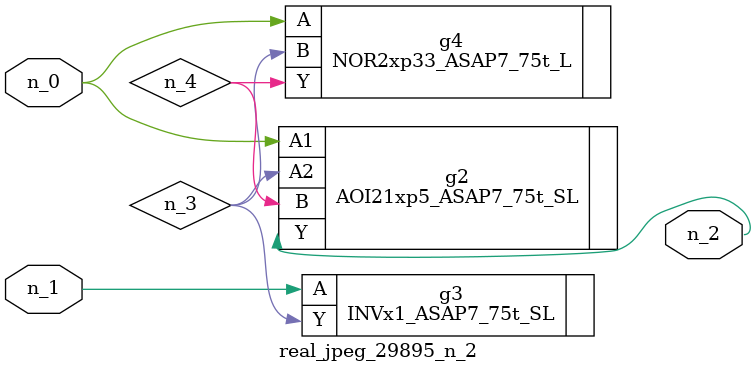
<source format=v>
module real_jpeg_29895_n_2 (n_1, n_0, n_2);

input n_1;
input n_0;

output n_2;

wire n_4;
wire n_3;

AOI21xp5_ASAP7_75t_SL g2 ( 
.A1(n_0),
.A2(n_3),
.B(n_4),
.Y(n_2)
);

NOR2xp33_ASAP7_75t_L g4 ( 
.A(n_0),
.B(n_3),
.Y(n_4)
);

INVx1_ASAP7_75t_SL g3 ( 
.A(n_1),
.Y(n_3)
);


endmodule
</source>
